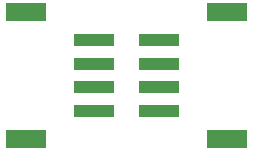
<source format=gbr>
G04 EAGLE Gerber RS-274X export*
G75*
%MOMM*%
%FSLAX34Y34*%
%LPD*%
%INSolderpaste Top*%
%IPPOS*%
%AMOC8*
5,1,8,0,0,1.08239X$1,22.5*%
G01*
%ADD10R,3.500000X1.000000*%
%ADD11R,3.400000X1.500000*%


D10*
X27500Y10000D03*
X27500Y30000D03*
X27500Y-10000D03*
X27500Y-30000D03*
D11*
X85000Y53500D03*
X85000Y-53500D03*
D10*
X-27500Y-10000D03*
X-27500Y-30000D03*
X-27500Y10000D03*
X-27500Y30000D03*
D11*
X-85000Y-53500D03*
X-85000Y53500D03*
M02*

</source>
